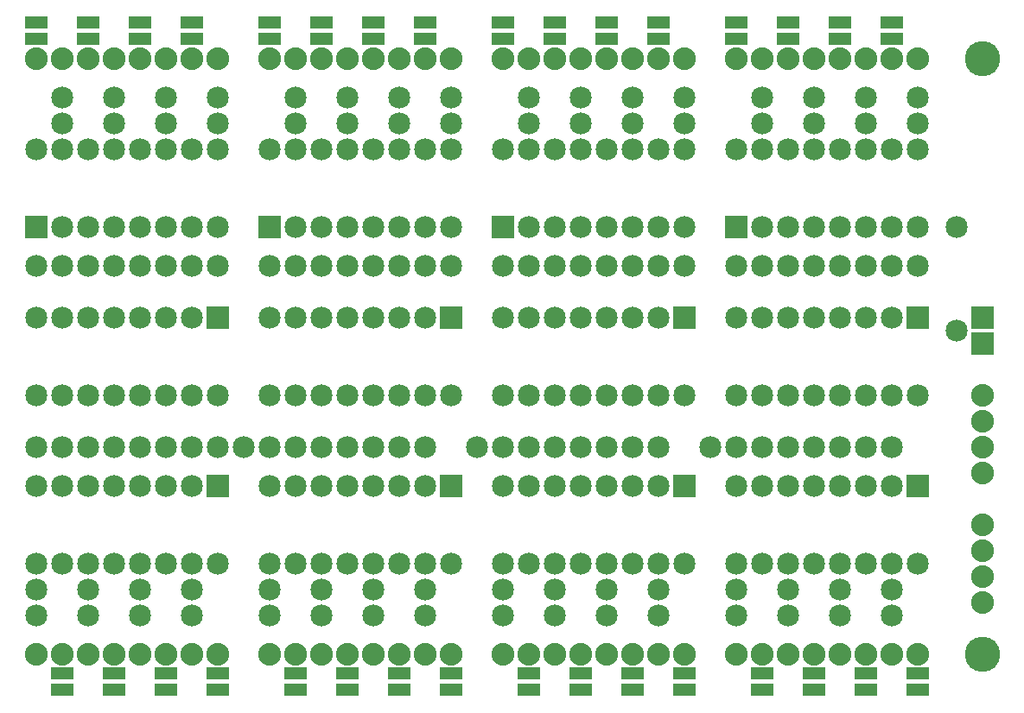
<source format=gbs>
G04 MADE WITH FRITZING*
G04 WWW.FRITZING.ORG*
G04 DOUBLE SIDED*
G04 HOLES PLATED*
G04 CONTOUR ON CENTER OF CONTOUR VECTOR*
%ASAXBY*%
%FSLAX23Y23*%
%MOIN*%
%OFA0B0*%
%SFA1.0B1.0*%
%ADD10C,0.085000*%
%ADD11C,0.088000*%
%ADD12C,0.135984*%
%ADD13R,0.088740X0.088740*%
%ADD14R,0.085000X0.085000*%
%ADD15R,0.088740X0.049370*%
%LNMASK0*%
G90*
G70*
G54D10*
X3673Y1854D03*
X3673Y1454D03*
G54D11*
X823Y2504D03*
X723Y2504D03*
X623Y2504D03*
X523Y2504D03*
X423Y2504D03*
X323Y2504D03*
X223Y2504D03*
X123Y2504D03*
X1723Y2504D03*
X1623Y2504D03*
X1523Y2504D03*
X1423Y2504D03*
X1323Y2504D03*
X1223Y2504D03*
X1123Y2504D03*
X1023Y2504D03*
X2623Y2504D03*
X2523Y2504D03*
X2423Y2504D03*
X2323Y2504D03*
X2223Y2504D03*
X2123Y2504D03*
X2023Y2504D03*
X1923Y2504D03*
X3523Y2504D03*
X3423Y2504D03*
X3323Y2504D03*
X3223Y2504D03*
X3123Y2504D03*
X3023Y2504D03*
X2923Y2504D03*
X2823Y2504D03*
G54D12*
X3773Y204D03*
X3773Y2504D03*
G54D10*
X823Y1504D03*
X823Y1204D03*
X723Y1504D03*
X723Y1204D03*
X623Y1504D03*
X623Y1204D03*
X523Y1504D03*
X523Y1204D03*
X423Y1504D03*
X423Y1204D03*
X323Y1504D03*
X323Y1204D03*
X223Y1504D03*
X223Y1204D03*
X123Y1504D03*
X123Y1204D03*
X1723Y1504D03*
X1723Y1204D03*
X1623Y1504D03*
X1623Y1204D03*
X1523Y1504D03*
X1523Y1204D03*
X1423Y1504D03*
X1423Y1204D03*
X1323Y1504D03*
X1323Y1204D03*
X1223Y1504D03*
X1223Y1204D03*
X1123Y1504D03*
X1123Y1204D03*
X1023Y1504D03*
X1023Y1204D03*
X2623Y1504D03*
X2623Y1204D03*
X2523Y1504D03*
X2523Y1204D03*
X2423Y1504D03*
X2423Y1204D03*
X2323Y1504D03*
X2323Y1204D03*
X2223Y1504D03*
X2223Y1204D03*
X2123Y1504D03*
X2123Y1204D03*
X2023Y1504D03*
X2023Y1204D03*
X1923Y1504D03*
X1923Y1204D03*
X3523Y1504D03*
X3523Y1204D03*
X3423Y1504D03*
X3423Y1204D03*
X3323Y1504D03*
X3323Y1204D03*
X3223Y1504D03*
X3223Y1204D03*
X3123Y1504D03*
X3123Y1204D03*
X3023Y1504D03*
X3023Y1204D03*
X2923Y1504D03*
X2923Y1204D03*
X2823Y1504D03*
X2823Y1204D03*
G54D11*
X3773Y704D03*
X3773Y604D03*
X3773Y504D03*
X3773Y404D03*
X3773Y1204D03*
X3773Y1104D03*
X3773Y1004D03*
X3773Y904D03*
G54D10*
X823Y854D03*
X823Y554D03*
X723Y854D03*
X723Y554D03*
X623Y854D03*
X623Y554D03*
X523Y854D03*
X523Y554D03*
X423Y854D03*
X423Y554D03*
X323Y854D03*
X323Y554D03*
X223Y854D03*
X223Y554D03*
X123Y854D03*
X123Y554D03*
X1723Y854D03*
X1723Y554D03*
X1623Y854D03*
X1623Y554D03*
X1523Y854D03*
X1523Y554D03*
X1423Y854D03*
X1423Y554D03*
X1323Y854D03*
X1323Y554D03*
X1223Y854D03*
X1223Y554D03*
X1123Y854D03*
X1123Y554D03*
X1023Y854D03*
X1023Y554D03*
X2623Y854D03*
X2623Y554D03*
X2523Y854D03*
X2523Y554D03*
X2423Y854D03*
X2423Y554D03*
X2323Y854D03*
X2323Y554D03*
X2223Y854D03*
X2223Y554D03*
X2123Y854D03*
X2123Y554D03*
X2023Y854D03*
X2023Y554D03*
X1923Y854D03*
X1923Y554D03*
X3523Y854D03*
X3523Y554D03*
X3423Y854D03*
X3423Y554D03*
X3323Y854D03*
X3323Y554D03*
X3223Y854D03*
X3223Y554D03*
X3123Y854D03*
X3123Y554D03*
X3023Y854D03*
X3023Y554D03*
X2923Y854D03*
X2923Y554D03*
X2823Y854D03*
X2823Y554D03*
X123Y1854D03*
X123Y2154D03*
X223Y1854D03*
X223Y2154D03*
X323Y1854D03*
X323Y2154D03*
X423Y1854D03*
X423Y2154D03*
X523Y1854D03*
X523Y2154D03*
X623Y1854D03*
X623Y2154D03*
X723Y1854D03*
X723Y2154D03*
X823Y1854D03*
X823Y2154D03*
X1923Y1854D03*
X1923Y2154D03*
X2023Y1854D03*
X2023Y2154D03*
X2123Y1854D03*
X2123Y2154D03*
X2223Y1854D03*
X2223Y2154D03*
X2323Y1854D03*
X2323Y2154D03*
X2423Y1854D03*
X2423Y2154D03*
X2523Y1854D03*
X2523Y2154D03*
X2623Y1854D03*
X2623Y2154D03*
X1023Y1854D03*
X1023Y2154D03*
X1123Y1854D03*
X1123Y2154D03*
X1223Y1854D03*
X1223Y2154D03*
X1323Y1854D03*
X1323Y2154D03*
X1423Y1854D03*
X1423Y2154D03*
X1523Y1854D03*
X1523Y2154D03*
X1623Y1854D03*
X1623Y2154D03*
X1723Y1854D03*
X1723Y2154D03*
X2824Y1853D03*
X2824Y2153D03*
X2924Y1853D03*
X2924Y2153D03*
X3024Y1853D03*
X3024Y2153D03*
X3124Y1853D03*
X3124Y2153D03*
X3224Y1853D03*
X3224Y2153D03*
X3324Y1853D03*
X3324Y2153D03*
X3424Y1853D03*
X3424Y2153D03*
X3524Y1853D03*
X3524Y2153D03*
X3523Y2254D03*
X3523Y2354D03*
X3123Y2354D03*
X3123Y2254D03*
X1723Y2354D03*
X1723Y2254D03*
X2623Y2354D03*
X2623Y2254D03*
X1523Y2354D03*
X1523Y2254D03*
X2423Y2354D03*
X2423Y2254D03*
X1323Y2354D03*
X1323Y2254D03*
X2223Y2354D03*
X2223Y2254D03*
X1123Y2354D03*
X1123Y2254D03*
X2023Y2354D03*
X2023Y2254D03*
X3323Y1004D03*
X3423Y1004D03*
X3123Y1004D03*
X3223Y1004D03*
X2923Y1004D03*
X3023Y1004D03*
X123Y1004D03*
X223Y1004D03*
X923Y1004D03*
X1023Y1004D03*
X1823Y1004D03*
X1923Y1004D03*
X323Y1004D03*
X423Y1004D03*
X1123Y1004D03*
X1223Y1004D03*
X2023Y1004D03*
X2123Y1004D03*
X523Y1004D03*
X623Y1004D03*
X1323Y1004D03*
X1423Y1004D03*
X2223Y1004D03*
X2323Y1004D03*
X723Y1004D03*
X823Y1004D03*
X1523Y1004D03*
X1623Y1004D03*
X2423Y1004D03*
X2523Y1004D03*
X2723Y1004D03*
X2823Y1004D03*
X3423Y1704D03*
X3523Y1704D03*
X3023Y1704D03*
X3123Y1704D03*
X3323Y1704D03*
X3223Y1704D03*
X723Y1704D03*
X823Y1704D03*
X1623Y1704D03*
X1723Y1704D03*
X2523Y1704D03*
X2623Y1704D03*
X623Y1704D03*
X523Y1704D03*
X1523Y1704D03*
X1423Y1704D03*
X2423Y1704D03*
X2323Y1704D03*
X323Y1704D03*
X423Y1704D03*
X1223Y1704D03*
X1323Y1704D03*
X2123Y1704D03*
X2223Y1704D03*
X223Y1704D03*
X123Y1704D03*
X1123Y1704D03*
X1023Y1704D03*
X2023Y1704D03*
X1923Y1704D03*
X2923Y1704D03*
X2823Y1704D03*
X3423Y454D03*
X3423Y354D03*
X3223Y454D03*
X3223Y354D03*
X3023Y454D03*
X3023Y354D03*
X723Y454D03*
X723Y354D03*
X1623Y454D03*
X1623Y354D03*
X2523Y454D03*
X2523Y354D03*
X523Y454D03*
X523Y354D03*
X1423Y454D03*
X1423Y354D03*
X2323Y454D03*
X2323Y354D03*
X323Y454D03*
X323Y354D03*
X1223Y454D03*
X1223Y354D03*
X2123Y454D03*
X2123Y354D03*
X123Y454D03*
X123Y354D03*
X1023Y454D03*
X1023Y354D03*
X1923Y454D03*
X1923Y354D03*
X2823Y454D03*
X2823Y354D03*
X823Y2354D03*
X823Y2254D03*
X623Y2354D03*
X623Y2254D03*
X223Y2354D03*
X223Y2254D03*
X423Y2354D03*
X423Y2254D03*
G54D11*
X123Y204D03*
X223Y204D03*
X323Y204D03*
X423Y204D03*
X523Y204D03*
X623Y204D03*
X723Y204D03*
X823Y204D03*
X2823Y204D03*
X2923Y204D03*
X3023Y204D03*
X3123Y204D03*
X3223Y204D03*
X3323Y204D03*
X3423Y204D03*
X3523Y204D03*
X1923Y204D03*
X2023Y204D03*
X2123Y204D03*
X2223Y204D03*
X2323Y204D03*
X2423Y204D03*
X2523Y204D03*
X2623Y204D03*
X1023Y204D03*
X1123Y204D03*
X1223Y204D03*
X1323Y204D03*
X1423Y204D03*
X1523Y204D03*
X1623Y204D03*
X1723Y204D03*
G54D10*
X3323Y2254D03*
X3323Y2354D03*
X2923Y2354D03*
X2923Y2254D03*
G54D13*
X3773Y1504D03*
X3773Y1404D03*
G54D14*
X823Y1504D03*
X1723Y1504D03*
X2623Y1504D03*
X3523Y1504D03*
X823Y854D03*
X1723Y854D03*
X2623Y854D03*
X3523Y854D03*
X123Y1854D03*
X1923Y1854D03*
X1023Y1854D03*
X2824Y1853D03*
G54D15*
X2823Y2642D03*
X223Y129D03*
X423Y67D03*
X423Y129D03*
X623Y67D03*
X223Y67D03*
X123Y2579D03*
X523Y2579D03*
X623Y129D03*
X323Y2642D03*
X123Y2642D03*
X323Y2579D03*
X823Y67D03*
X1523Y67D03*
X523Y2642D03*
X1523Y129D03*
X1723Y129D03*
X1723Y67D03*
X1323Y129D03*
X823Y129D03*
X1323Y67D03*
X1123Y67D03*
X2023Y67D03*
X2023Y129D03*
X1123Y129D03*
X2123Y2642D03*
X3423Y2642D03*
X2323Y2579D03*
X2523Y2642D03*
X723Y2579D03*
X2523Y2579D03*
X3423Y2579D03*
X2823Y2579D03*
X3223Y2642D03*
X3023Y2642D03*
X3223Y2579D03*
X3023Y2579D03*
X2323Y2642D03*
X1223Y2642D03*
X1423Y2579D03*
X1023Y2642D03*
X723Y2642D03*
X1023Y2579D03*
X1223Y2579D03*
X1423Y2642D03*
X1923Y2642D03*
X1923Y2579D03*
X2123Y2579D03*
X1623Y2642D03*
X1623Y2579D03*
X2423Y67D03*
X2423Y129D03*
X3523Y67D03*
X3323Y67D03*
X3123Y67D03*
X2923Y67D03*
X2623Y67D03*
X3523Y129D03*
X3323Y129D03*
X3123Y129D03*
X2923Y129D03*
X2623Y129D03*
X2223Y67D03*
X2223Y129D03*
G04 End of Mask0*
M02*
</source>
